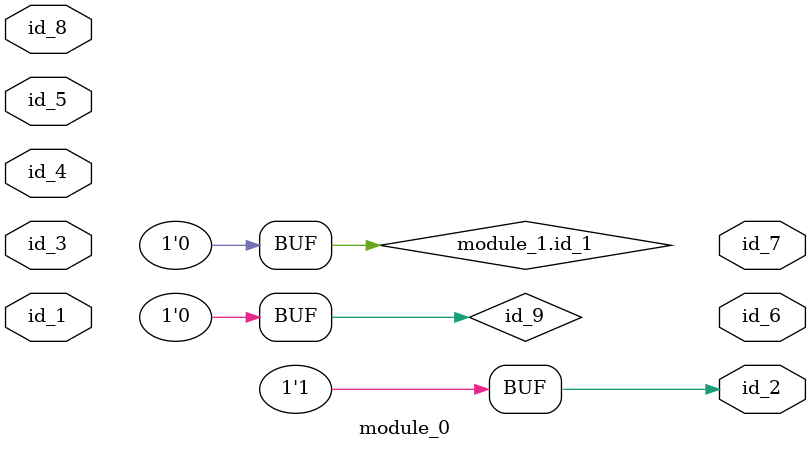
<source format=v>
module module_0 (
    id_1,
    id_2,
    id_3,
    id_4,
    id_5,
    id_6,
    id_7,
    id_8
);
  input wire id_8;
  output wire id_7;
  output wire id_6;
  inout wire id_5;
  inout wire id_4;
  input wire id_3;
  output wire id_2;
  input wire id_1;
  always $display;
  supply0 id_9;
  assign module_1.id_1 = 0;
  wire id_10;
  assign id_2 = (1);
endmodule
module module_1;
  assign id_1 = id_1 == 1'b0 + id_1;
  module_0 modCall_1 (
      id_1,
      id_1,
      id_1,
      id_1,
      id_1,
      id_1,
      id_1,
      id_1
  );
  parameter id_2 = 1'b0;
endmodule

</source>
